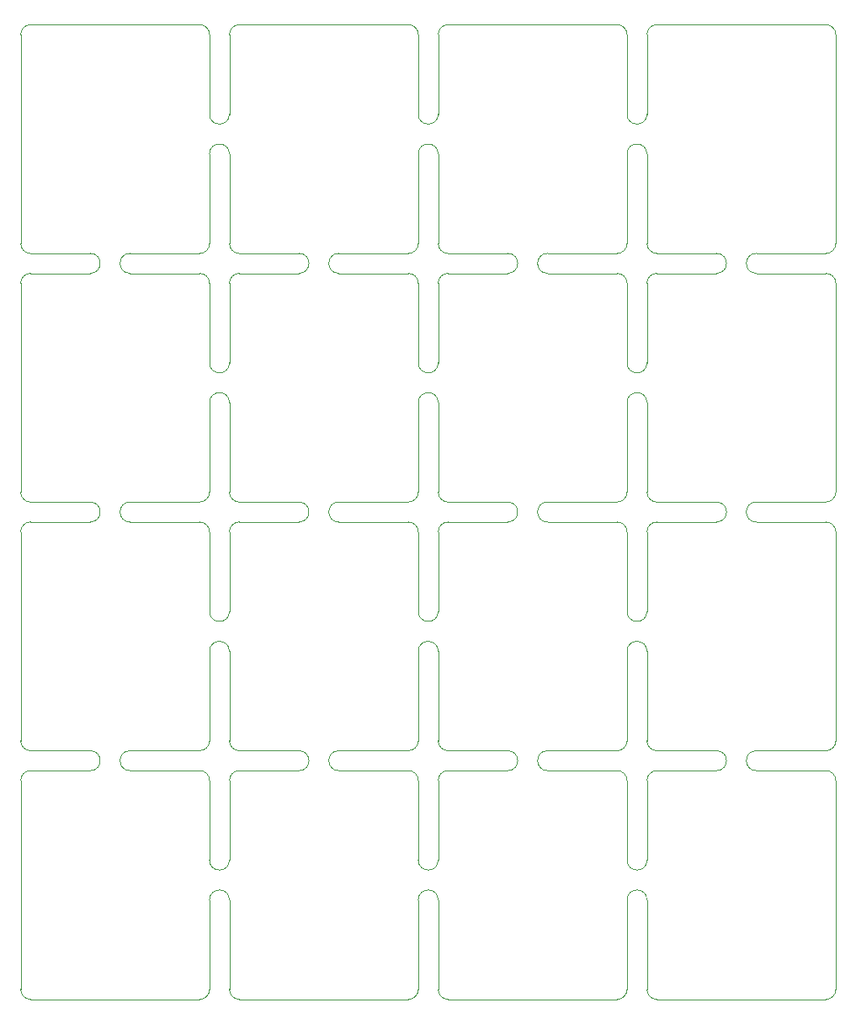
<source format=gbr>
G04 #@! TF.GenerationSoftware,KiCad,Pcbnew,(5.1.5-0-10_14)*
G04 #@! TF.CreationDate,2019-12-02T16:33:46+08:00*
G04 #@! TF.ProjectId,pa1010d-breakout-panelized,70613130-3130-4642-9d62-7265616b6f75,V1.0*
G04 #@! TF.SameCoordinates,Original*
G04 #@! TF.FileFunction,Profile,NP*
%FSLAX46Y46*%
G04 Gerber Fmt 4.6, Leading zero omitted, Abs format (unit mm)*
G04 Created by KiCad (PCBNEW (5.1.5-0-10_14)) date 2019-12-02 16:33:46*
%MOMM*%
%LPD*%
G04 APERTURE LIST*
%ADD10C,0.050000*%
G04 APERTURE END LIST*
D10*
X166000000Y-133000000D02*
X162000000Y-133000000D01*
X113000000Y-119000000D02*
X113000000Y-123000000D01*
X113000000Y-94000000D02*
X113000000Y-98000000D01*
X113000000Y-69000000D02*
X113000000Y-73000000D01*
X113000000Y-44000000D02*
X113000000Y-48000000D01*
X124000000Y-35000000D02*
X120000000Y-35000000D01*
X145000000Y-35000000D02*
X141000000Y-35000000D01*
X166000000Y-35000000D02*
X162000000Y-35000000D01*
X187000000Y-35000000D02*
X183000000Y-35000000D01*
X124000000Y-133000000D02*
X120000000Y-133000000D01*
X145000000Y-133000000D02*
X141000000Y-133000000D01*
X187000000Y-133000000D02*
X183000000Y-133000000D01*
X195000000Y-119000000D02*
X195000000Y-123000000D01*
X195000000Y-94000000D02*
X195000000Y-98000000D01*
X195000000Y-69000000D02*
X195000000Y-73000000D01*
X195000000Y-44000000D02*
X195000000Y-48000000D01*
X183000000Y-133000000D02*
X177000000Y-133000000D01*
X162000000Y-133000000D02*
X156000000Y-133000000D01*
X141000000Y-133000000D02*
X135000000Y-133000000D01*
X120000000Y-133000000D02*
X114000000Y-133000000D01*
X183000000Y-108000000D02*
X177000000Y-108000000D01*
X162000000Y-108000000D02*
X156000000Y-108000000D01*
X141000000Y-108000000D02*
X135000000Y-108000000D01*
X120000000Y-108000000D02*
X114000000Y-108000000D01*
X183000000Y-83000000D02*
X177000000Y-83000000D01*
X162000000Y-83000000D02*
X156000000Y-83000000D01*
X141000000Y-83000000D02*
X135000000Y-83000000D01*
X120000000Y-83000000D02*
X114000000Y-83000000D01*
X183000000Y-58000000D02*
X177000000Y-58000000D01*
X162000000Y-58000000D02*
X156000000Y-58000000D01*
X141000000Y-58000000D02*
X135000000Y-58000000D01*
X183000000Y-108000000D02*
G75*
G02X183000000Y-110000000I0J-1000000D01*
G01*
X162000000Y-108000000D02*
G75*
G02X162000000Y-110000000I0J-1000000D01*
G01*
X141000000Y-108000000D02*
G75*
G02X141000000Y-110000000I0J-1000000D01*
G01*
X120000000Y-108000000D02*
G75*
G02X120000000Y-110000000I0J-1000000D01*
G01*
X183000000Y-83000000D02*
G75*
G02X183000000Y-85000000I0J-1000000D01*
G01*
X162000000Y-83000000D02*
G75*
G02X162000000Y-85000000I0J-1000000D01*
G01*
X141000000Y-83000000D02*
G75*
G02X141000000Y-85000000I0J-1000000D01*
G01*
X120000000Y-83000000D02*
G75*
G02X120000000Y-85000000I0J-1000000D01*
G01*
X183000000Y-58000000D02*
G75*
G02X183000000Y-60000000I0J-1000000D01*
G01*
X162000000Y-58000000D02*
G75*
G02X162000000Y-60000000I0J-1000000D01*
G01*
X141000000Y-58000000D02*
G75*
G02X141000000Y-60000000I0J-1000000D01*
G01*
X120000000Y-58000000D02*
G75*
G02X120000000Y-60000000I0J-1000000D01*
G01*
X187000000Y-110000000D02*
X194000000Y-110000000D01*
X166000000Y-110000000D02*
X173000000Y-110000000D01*
X145000000Y-110000000D02*
X152000000Y-110000000D01*
X124000000Y-110000000D02*
X131000000Y-110000000D01*
X187000000Y-85000000D02*
X194000000Y-85000000D01*
X166000000Y-85000000D02*
X173000000Y-85000000D01*
X145000000Y-85000000D02*
X152000000Y-85000000D01*
X124000000Y-85000000D02*
X131000000Y-85000000D01*
X187000000Y-60000000D02*
X194000000Y-60000000D01*
X166000000Y-60000000D02*
X173000000Y-60000000D01*
X145000000Y-60000000D02*
X152000000Y-60000000D01*
X124000000Y-60000000D02*
X131000000Y-60000000D01*
X187000000Y-35000000D02*
X194000000Y-35000000D01*
X166000000Y-35000000D02*
X173000000Y-35000000D01*
X145000000Y-35000000D02*
X152000000Y-35000000D01*
X195000000Y-123000000D02*
X195000000Y-132000000D01*
X174000000Y-123000000D02*
X174000000Y-132000000D01*
X153000000Y-123000000D02*
X153000000Y-132000000D01*
X132000000Y-123000000D02*
X132000000Y-132000000D01*
X195000000Y-98000000D02*
X195000000Y-107000000D01*
X174000000Y-98000000D02*
X174000000Y-107000000D01*
X153000000Y-98000000D02*
X153000000Y-107000000D01*
X132000000Y-98000000D02*
X132000000Y-107000000D01*
X195000000Y-73000000D02*
X195000000Y-82000000D01*
X174000000Y-73000000D02*
X174000000Y-82000000D01*
X153000000Y-73000000D02*
X153000000Y-82000000D01*
X132000000Y-73000000D02*
X132000000Y-82000000D01*
X195000000Y-48000000D02*
X195000000Y-57000000D01*
X174000000Y-48000000D02*
X174000000Y-57000000D01*
X153000000Y-48000000D02*
X153000000Y-57000000D01*
X194000000Y-110000000D02*
G75*
G02X195000000Y-111000000I0J-1000000D01*
G01*
X173000000Y-110000000D02*
G75*
G02X174000000Y-111000000I0J-1000000D01*
G01*
X152000000Y-110000000D02*
G75*
G02X153000000Y-111000000I0J-1000000D01*
G01*
X131000000Y-110000000D02*
G75*
G02X132000000Y-111000000I0J-1000000D01*
G01*
X194000000Y-85000000D02*
G75*
G02X195000000Y-86000000I0J-1000000D01*
G01*
X173000000Y-85000000D02*
G75*
G02X174000000Y-86000000I0J-1000000D01*
G01*
X152000000Y-85000000D02*
G75*
G02X153000000Y-86000000I0J-1000000D01*
G01*
X131000000Y-85000000D02*
G75*
G02X132000000Y-86000000I0J-1000000D01*
G01*
X194000000Y-60000000D02*
G75*
G02X195000000Y-61000000I0J-1000000D01*
G01*
X173000000Y-60000000D02*
G75*
G02X174000000Y-61000000I0J-1000000D01*
G01*
X152000000Y-60000000D02*
G75*
G02X153000000Y-61000000I0J-1000000D01*
G01*
X131000000Y-60000000D02*
G75*
G02X132000000Y-61000000I0J-1000000D01*
G01*
X194000000Y-35000000D02*
G75*
G02X195000000Y-36000000I0J-1000000D01*
G01*
X173000000Y-35000000D02*
G75*
G02X174000000Y-36000000I0J-1000000D01*
G01*
X152000000Y-35000000D02*
G75*
G02X153000000Y-36000000I0J-1000000D01*
G01*
X176000000Y-111000000D02*
G75*
G02X177000000Y-110000000I1000000J0D01*
G01*
X155000000Y-111000000D02*
G75*
G02X156000000Y-110000000I1000000J0D01*
G01*
X134000000Y-111000000D02*
G75*
G02X135000000Y-110000000I1000000J0D01*
G01*
X113000000Y-111000000D02*
G75*
G02X114000000Y-110000000I1000000J0D01*
G01*
X176000000Y-86000000D02*
G75*
G02X177000000Y-85000000I1000000J0D01*
G01*
X155000000Y-86000000D02*
G75*
G02X156000000Y-85000000I1000000J0D01*
G01*
X134000000Y-86000000D02*
G75*
G02X135000000Y-85000000I1000000J0D01*
G01*
X113000000Y-86000000D02*
G75*
G02X114000000Y-85000000I1000000J0D01*
G01*
X176000000Y-61000000D02*
G75*
G02X177000000Y-60000000I1000000J0D01*
G01*
X155000000Y-61000000D02*
G75*
G02X156000000Y-60000000I1000000J0D01*
G01*
X134000000Y-61000000D02*
G75*
G02X135000000Y-60000000I1000000J0D01*
G01*
X113000000Y-61000000D02*
G75*
G02X114000000Y-60000000I1000000J0D01*
G01*
X176000000Y-36000000D02*
G75*
G02X177000000Y-35000000I1000000J0D01*
G01*
X155000000Y-36000000D02*
G75*
G02X156000000Y-35000000I1000000J0D01*
G01*
X134000000Y-36000000D02*
G75*
G02X135000000Y-35000000I1000000J0D01*
G01*
X177000000Y-133000000D02*
G75*
G02X176000000Y-132000000I0J1000000D01*
G01*
X156000000Y-133000000D02*
G75*
G02X155000000Y-132000000I0J1000000D01*
G01*
X135000000Y-133000000D02*
G75*
G02X134000000Y-132000000I0J1000000D01*
G01*
X114000000Y-133000000D02*
G75*
G02X113000000Y-132000000I0J1000000D01*
G01*
X177000000Y-108000000D02*
G75*
G02X176000000Y-107000000I0J1000000D01*
G01*
X156000000Y-108000000D02*
G75*
G02X155000000Y-107000000I0J1000000D01*
G01*
X135000000Y-108000000D02*
G75*
G02X134000000Y-107000000I0J1000000D01*
G01*
X114000000Y-108000000D02*
G75*
G02X113000000Y-107000000I0J1000000D01*
G01*
X177000000Y-83000000D02*
G75*
G02X176000000Y-82000000I0J1000000D01*
G01*
X156000000Y-83000000D02*
G75*
G02X155000000Y-82000000I0J1000000D01*
G01*
X135000000Y-83000000D02*
G75*
G02X134000000Y-82000000I0J1000000D01*
G01*
X114000000Y-83000000D02*
G75*
G02X113000000Y-82000000I0J1000000D01*
G01*
X177000000Y-58000000D02*
G75*
G02X176000000Y-57000000I0J1000000D01*
G01*
X156000000Y-58000000D02*
G75*
G02X155000000Y-57000000I0J1000000D01*
G01*
X135000000Y-58000000D02*
G75*
G02X134000000Y-57000000I0J1000000D01*
G01*
X195000000Y-132000000D02*
G75*
G02X194000000Y-133000000I-1000000J0D01*
G01*
X174000000Y-132000000D02*
G75*
G02X173000000Y-133000000I-1000000J0D01*
G01*
X153000000Y-132000000D02*
G75*
G02X152000000Y-133000000I-1000000J0D01*
G01*
X132000000Y-132000000D02*
G75*
G02X131000000Y-133000000I-1000000J0D01*
G01*
X195000000Y-107000000D02*
G75*
G02X194000000Y-108000000I-1000000J0D01*
G01*
X174000000Y-107000000D02*
G75*
G02X173000000Y-108000000I-1000000J0D01*
G01*
X153000000Y-107000000D02*
G75*
G02X152000000Y-108000000I-1000000J0D01*
G01*
X132000000Y-107000000D02*
G75*
G02X131000000Y-108000000I-1000000J0D01*
G01*
X195000000Y-82000000D02*
G75*
G02X194000000Y-83000000I-1000000J0D01*
G01*
X174000000Y-82000000D02*
G75*
G02X173000000Y-83000000I-1000000J0D01*
G01*
X153000000Y-82000000D02*
G75*
G02X152000000Y-83000000I-1000000J0D01*
G01*
X132000000Y-82000000D02*
G75*
G02X131000000Y-83000000I-1000000J0D01*
G01*
X195000000Y-57000000D02*
G75*
G02X194000000Y-58000000I-1000000J0D01*
G01*
X174000000Y-57000000D02*
G75*
G02X173000000Y-58000000I-1000000J0D01*
G01*
X153000000Y-57000000D02*
G75*
G02X152000000Y-58000000I-1000000J0D01*
G01*
X176000000Y-132000000D02*
X176000000Y-123000000D01*
X155000000Y-132000000D02*
X155000000Y-123000000D01*
X134000000Y-132000000D02*
X134000000Y-123000000D01*
X113000000Y-132000000D02*
X113000000Y-123000000D01*
X176000000Y-107000000D02*
X176000000Y-98000000D01*
X155000000Y-107000000D02*
X155000000Y-98000000D01*
X134000000Y-107000000D02*
X134000000Y-98000000D01*
X113000000Y-107000000D02*
X113000000Y-98000000D01*
X176000000Y-82000000D02*
X176000000Y-73000000D01*
X155000000Y-82000000D02*
X155000000Y-73000000D01*
X134000000Y-82000000D02*
X134000000Y-73000000D01*
X113000000Y-82000000D02*
X113000000Y-73000000D01*
X176000000Y-57000000D02*
X176000000Y-48000000D01*
X155000000Y-57000000D02*
X155000000Y-48000000D01*
X134000000Y-57000000D02*
X134000000Y-48000000D01*
X176000000Y-111000000D02*
X176000000Y-119000000D01*
X155000000Y-111000000D02*
X155000000Y-119000000D01*
X134000000Y-111000000D02*
X134000000Y-119000000D01*
X113000000Y-111000000D02*
X113000000Y-119000000D01*
X176000000Y-86000000D02*
X176000000Y-94000000D01*
X155000000Y-86000000D02*
X155000000Y-94000000D01*
X134000000Y-86000000D02*
X134000000Y-94000000D01*
X113000000Y-86000000D02*
X113000000Y-94000000D01*
X176000000Y-61000000D02*
X176000000Y-69000000D01*
X155000000Y-61000000D02*
X155000000Y-69000000D01*
X134000000Y-61000000D02*
X134000000Y-69000000D01*
X113000000Y-61000000D02*
X113000000Y-69000000D01*
X176000000Y-36000000D02*
X176000000Y-44000000D01*
X155000000Y-36000000D02*
X155000000Y-44000000D01*
X134000000Y-36000000D02*
X134000000Y-44000000D01*
X195000000Y-119000000D02*
X195000000Y-111000000D01*
X174000000Y-119000000D02*
X174000000Y-111000000D01*
X153000000Y-119000000D02*
X153000000Y-111000000D01*
X132000000Y-119000000D02*
X132000000Y-111000000D01*
X195000000Y-94000000D02*
X195000000Y-86000000D01*
X174000000Y-94000000D02*
X174000000Y-86000000D01*
X153000000Y-94000000D02*
X153000000Y-86000000D01*
X132000000Y-94000000D02*
X132000000Y-86000000D01*
X195000000Y-69000000D02*
X195000000Y-61000000D01*
X174000000Y-69000000D02*
X174000000Y-61000000D01*
X153000000Y-69000000D02*
X153000000Y-61000000D01*
X132000000Y-69000000D02*
X132000000Y-61000000D01*
X195000000Y-44000000D02*
X195000000Y-36000000D01*
X174000000Y-44000000D02*
X174000000Y-36000000D01*
X153000000Y-44000000D02*
X153000000Y-36000000D01*
X187000000Y-133000000D02*
X194000000Y-133000000D01*
X166000000Y-133000000D02*
X173000000Y-133000000D01*
X145000000Y-133000000D02*
X152000000Y-133000000D01*
X124000000Y-133000000D02*
X131000000Y-133000000D01*
X187000000Y-108000000D02*
X194000000Y-108000000D01*
X166000000Y-108000000D02*
X173000000Y-108000000D01*
X145000000Y-108000000D02*
X152000000Y-108000000D01*
X124000000Y-108000000D02*
X131000000Y-108000000D01*
X187000000Y-83000000D02*
X194000000Y-83000000D01*
X166000000Y-83000000D02*
X173000000Y-83000000D01*
X145000000Y-83000000D02*
X152000000Y-83000000D01*
X124000000Y-83000000D02*
X131000000Y-83000000D01*
X187000000Y-58000000D02*
X194000000Y-58000000D01*
X166000000Y-58000000D02*
X173000000Y-58000000D01*
X145000000Y-58000000D02*
X152000000Y-58000000D01*
X174000000Y-123000000D02*
G75*
G02X176000000Y-123000000I1000000J0D01*
G01*
X153000000Y-123000000D02*
G75*
G02X155000000Y-123000000I1000000J0D01*
G01*
X132000000Y-123000000D02*
G75*
G02X134000000Y-123000000I1000000J0D01*
G01*
X174000000Y-98000000D02*
G75*
G02X176000000Y-98000000I1000000J0D01*
G01*
X153000000Y-98000000D02*
G75*
G02X155000000Y-98000000I1000000J0D01*
G01*
X132000000Y-98000000D02*
G75*
G02X134000000Y-98000000I1000000J0D01*
G01*
X174000000Y-73000000D02*
G75*
G02X176000000Y-73000000I1000000J0D01*
G01*
X153000000Y-73000000D02*
G75*
G02X155000000Y-73000000I1000000J0D01*
G01*
X132000000Y-73000000D02*
G75*
G02X134000000Y-73000000I1000000J0D01*
G01*
X174000000Y-48000000D02*
G75*
G02X176000000Y-48000000I1000000J0D01*
G01*
X153000000Y-48000000D02*
G75*
G02X155000000Y-48000000I1000000J0D01*
G01*
X132000000Y-48000000D02*
G75*
G02X134000000Y-48000000I1000000J0D01*
G01*
X176000000Y-119000000D02*
G75*
G02X174000000Y-119000000I-1000000J0D01*
G01*
X155000000Y-119000000D02*
G75*
G02X153000000Y-119000000I-1000000J0D01*
G01*
X134000000Y-119000000D02*
G75*
G02X132000000Y-119000000I-1000000J0D01*
G01*
X176000000Y-94000000D02*
G75*
G02X174000000Y-94000000I-1000000J0D01*
G01*
X155000000Y-94000000D02*
G75*
G02X153000000Y-94000000I-1000000J0D01*
G01*
X134000000Y-94000000D02*
G75*
G02X132000000Y-94000000I-1000000J0D01*
G01*
X176000000Y-69000000D02*
G75*
G02X174000000Y-69000000I-1000000J0D01*
G01*
X155000000Y-69000000D02*
G75*
G02X153000000Y-69000000I-1000000J0D01*
G01*
X134000000Y-69000000D02*
G75*
G02X132000000Y-69000000I-1000000J0D01*
G01*
X176000000Y-44000000D02*
G75*
G02X174000000Y-44000000I-1000000J0D01*
G01*
X155000000Y-44000000D02*
G75*
G02X153000000Y-44000000I-1000000J0D01*
G01*
X134000000Y-44000000D02*
G75*
G02X132000000Y-44000000I-1000000J0D01*
G01*
X187000000Y-110000000D02*
G75*
G02X187000000Y-108000000I0J1000000D01*
G01*
X166000000Y-110000000D02*
G75*
G02X166000000Y-108000000I0J1000000D01*
G01*
X145000000Y-110000000D02*
G75*
G02X145000000Y-108000000I0J1000000D01*
G01*
X124000000Y-110000000D02*
G75*
G02X124000000Y-108000000I0J1000000D01*
G01*
X187000000Y-85000000D02*
G75*
G02X187000000Y-83000000I0J1000000D01*
G01*
X166000000Y-85000000D02*
G75*
G02X166000000Y-83000000I0J1000000D01*
G01*
X145000000Y-85000000D02*
G75*
G02X145000000Y-83000000I0J1000000D01*
G01*
X124000000Y-85000000D02*
G75*
G02X124000000Y-83000000I0J1000000D01*
G01*
X187000000Y-60000000D02*
G75*
G02X187000000Y-58000000I0J1000000D01*
G01*
X166000000Y-60000000D02*
G75*
G02X166000000Y-58000000I0J1000000D01*
G01*
X145000000Y-60000000D02*
G75*
G02X145000000Y-58000000I0J1000000D01*
G01*
X124000000Y-60000000D02*
G75*
G02X124000000Y-58000000I0J1000000D01*
G01*
X177000000Y-110000000D02*
X183000000Y-110000000D01*
X156000000Y-110000000D02*
X162000000Y-110000000D01*
X135000000Y-110000000D02*
X141000000Y-110000000D01*
X114000000Y-110000000D02*
X120000000Y-110000000D01*
X177000000Y-85000000D02*
X183000000Y-85000000D01*
X156000000Y-85000000D02*
X162000000Y-85000000D01*
X135000000Y-85000000D02*
X141000000Y-85000000D01*
X114000000Y-85000000D02*
X120000000Y-85000000D01*
X177000000Y-60000000D02*
X183000000Y-60000000D01*
X156000000Y-60000000D02*
X162000000Y-60000000D01*
X135000000Y-60000000D02*
X141000000Y-60000000D01*
X114000000Y-60000000D02*
X120000000Y-60000000D01*
X177000000Y-35000000D02*
X183000000Y-35000000D01*
X156000000Y-35000000D02*
X162000000Y-35000000D01*
X135000000Y-35000000D02*
X141000000Y-35000000D01*
X124000000Y-58000000D02*
X131000000Y-58000000D01*
X113000000Y-57000000D02*
X113000000Y-48000000D01*
X120000000Y-58000000D02*
X114000000Y-58000000D01*
X132000000Y-48000000D02*
X132000000Y-57000000D01*
X132000000Y-44000000D02*
X132000000Y-36000000D01*
X113000000Y-36000000D02*
X113000000Y-44000000D01*
X124000000Y-35000000D02*
X131000000Y-35000000D01*
X114000000Y-35000000D02*
X120000000Y-35000000D01*
X132000000Y-57000000D02*
G75*
G02X131000000Y-58000000I-1000000J0D01*
G01*
X114000000Y-58000000D02*
G75*
G02X113000000Y-57000000I0J1000000D01*
G01*
X113000000Y-36000000D02*
G75*
G02X114000000Y-35000000I1000000J0D01*
G01*
X131000000Y-35000000D02*
G75*
G02X132000000Y-36000000I0J-1000000D01*
G01*
M02*

</source>
